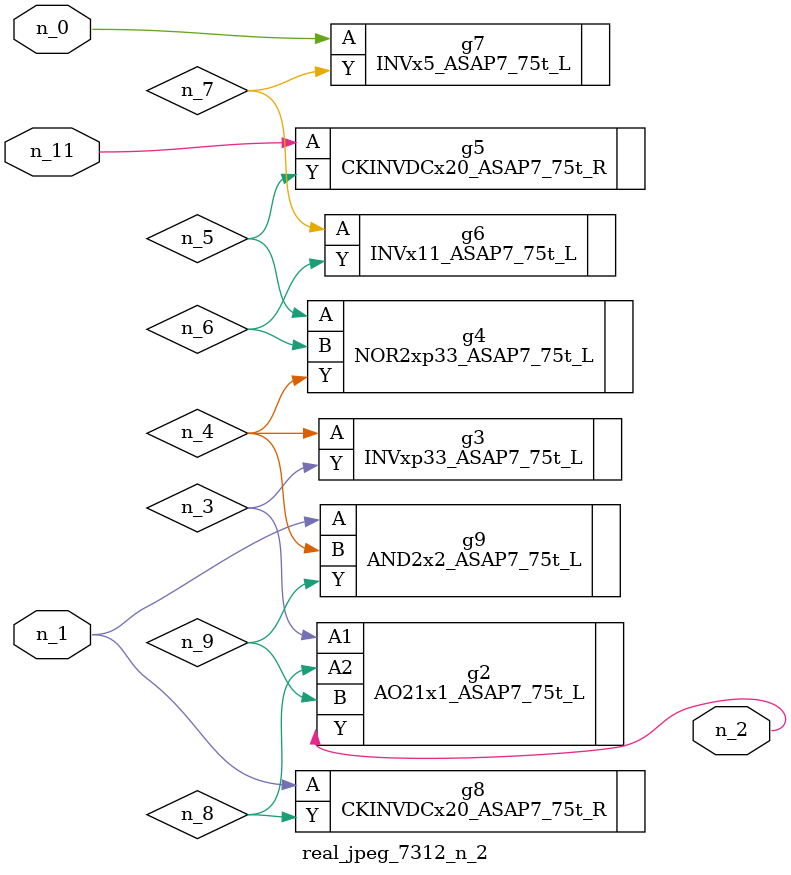
<source format=v>
module real_jpeg_7312_n_2 (n_1, n_11, n_0, n_2);

input n_1;
input n_11;
input n_0;

output n_2;

wire n_5;
wire n_8;
wire n_4;
wire n_6;
wire n_7;
wire n_3;
wire n_9;

INVx5_ASAP7_75t_L g7 ( 
.A(n_0),
.Y(n_7)
);

CKINVDCx20_ASAP7_75t_R g8 ( 
.A(n_1),
.Y(n_8)
);

AND2x2_ASAP7_75t_L g9 ( 
.A(n_1),
.B(n_4),
.Y(n_9)
);

AO21x1_ASAP7_75t_L g2 ( 
.A1(n_3),
.A2(n_8),
.B(n_9),
.Y(n_2)
);

INVxp33_ASAP7_75t_L g3 ( 
.A(n_4),
.Y(n_3)
);

NOR2xp33_ASAP7_75t_L g4 ( 
.A(n_5),
.B(n_6),
.Y(n_4)
);

INVx11_ASAP7_75t_L g6 ( 
.A(n_7),
.Y(n_6)
);

CKINVDCx20_ASAP7_75t_R g5 ( 
.A(n_11),
.Y(n_5)
);


endmodule
</source>
